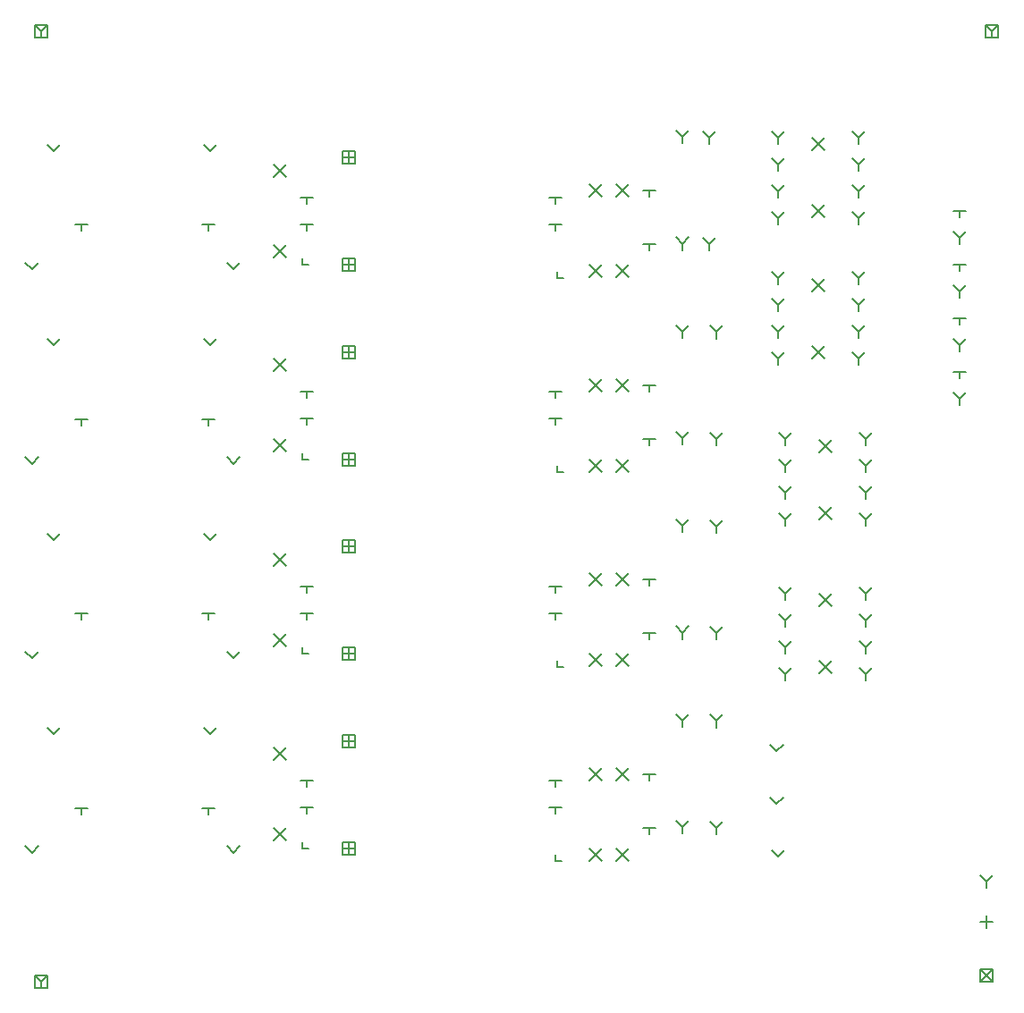
<source format=gbr>
G04 DipTrace 4.3.0.1*
G04 Through.gbr*
%MOMM*%
G04 #@! TF.FileFunction,Plated,1,2,PTH,Drill*
G04 #@! TF.Part,Single*
G04 Drill Symbols*
G04 D=0.5 - Cross*
G04 D=0.55867 - X*
G04 D=0.9 - Y*
G04 D=1 - T*
G04 D=1.2 - V*
G04 D=1.25 - Clock*
G04 D=4 - Box_Cross*
G04 D=4.5 - Box_X*
G04 D=4.5 - Box_Y*
%ADD10C,0.2*%
%FSLAX35Y35*%
G04*
G71*
G90*
G75*
G01*
X4131050Y2794000D2*
D10*
X4250950D1*
X4191000D2*
Y2734050D1*
X4131050Y2286000D2*
X4250950D1*
X4191000D2*
Y2226050D1*
X4131050Y1778000D2*
X4250950D1*
X4191000D2*
Y1718050D1*
X1192050Y2481000D2*
X1311950D1*
X1252000D2*
Y2421050D1*
X1192050Y2989000D2*
X1311950D1*
X1252000D2*
Y2929050D1*
X1763550Y2540950D2*
X1823500Y2481000D1*
X1883450Y2540950D1*
X1823500Y2481000D2*
Y2421050D1*
X1763550Y3550950D2*
X1823500Y3491000D1*
X1883450Y3550950D1*
X1823500Y3491000D2*
Y3431050D1*
X1509550Y3556950D2*
X1569500Y3497000D1*
X1629450Y3556950D1*
X1569500Y3497000D2*
Y3437050D1*
X1509550Y2546950D2*
X1569500Y2487000D1*
X1629450Y2546950D1*
X1569500Y2487000D2*
Y2427050D1*
X4385050Y-4385050D2*
X4504950Y-4504950D1*
Y-4385050D2*
X4385050Y-4504950D1*
Y-4385050D2*
X4504950D1*
Y-4504950D1*
X4385050D1*
Y-4385050D1*
X-2046450Y2925500D2*
X-1926550D1*
X-1986500D2*
Y2865550D1*
X-2046450Y2671500D2*
X-1926550D1*
X-1986500D2*
Y2611550D1*
X303050Y2925500D2*
X422950D1*
X363000D2*
Y2865550D1*
X303050Y2671500D2*
X422950D1*
X363000D2*
Y2611550D1*
X-2300450Y3239450D2*
X-2180550Y3119550D1*
Y3239450D2*
X-2300450Y3119550D1*
Y2477450D2*
X-2180550Y2357550D1*
Y2477450D2*
X-2300450Y2357550D1*
X684050Y2286950D2*
X803950Y2167050D1*
Y2286950D2*
X684050Y2167050D1*
Y3048950D2*
X803950Y2929050D1*
Y3048950D2*
X684050Y2929050D1*
X938050Y3048950D2*
X1057950Y2929050D1*
Y3048950D2*
X938050Y2929050D1*
Y2286950D2*
X1057950Y2167050D1*
Y2286950D2*
X938050Y2167050D1*
X-4441450Y3425450D2*
X-4381500Y3365500D1*
X-4321550Y3425450D1*
X-2961450D2*
X-2901500Y3365500D1*
X-2841550Y3425450D1*
X-4651450Y2305450D2*
X-4591500Y2245500D1*
X-4531550Y2305450D1*
X-2741450D2*
X-2681500Y2245500D1*
X-2621550Y2305450D1*
X4445000Y-3877050D2*
Y-3996950D1*
X4385050Y-3937000D2*
X4504950D1*
X1192050Y639500D2*
X1311950D1*
X1252000D2*
Y579550D1*
X1192050Y1147500D2*
X1311950D1*
X1252000D2*
Y1087550D1*
X1827050Y699450D2*
X1887000Y639500D1*
X1946950Y699450D1*
X1887000Y639500D2*
Y579550D1*
X1827050Y1709450D2*
X1887000Y1649500D1*
X1946950Y1709450D1*
X1887000Y1649500D2*
Y1589550D1*
X1509550Y1715450D2*
X1569500Y1655500D1*
X1629450Y1715450D1*
X1569500Y1655500D2*
Y1595550D1*
X1509550Y705450D2*
X1569500Y645500D1*
X1629450Y705450D1*
X1569500Y645500D2*
Y585550D1*
X-2046450Y1084000D2*
X-1926550D1*
X-1986500D2*
Y1024050D1*
X-2046450Y830000D2*
X-1926550D1*
X-1986500D2*
Y770050D1*
X303050Y1084000D2*
X422950D1*
X363000D2*
Y1024050D1*
X303050Y830000D2*
X422950D1*
X363000D2*
Y770050D1*
X-2300450Y1397950D2*
X-2180550Y1278050D1*
Y1397950D2*
X-2300450Y1278050D1*
Y635950D2*
X-2180550Y516050D1*
Y635950D2*
X-2300450Y516050D1*
X684050Y445450D2*
X803950Y325550D1*
Y445450D2*
X684050Y325550D1*
Y1207450D2*
X803950Y1087550D1*
Y1207450D2*
X684050Y1087550D1*
X938050Y1207450D2*
X1057950Y1087550D1*
Y1207450D2*
X938050Y1087550D1*
Y445450D2*
X1057950Y325550D1*
Y445450D2*
X938050Y325550D1*
X-4441450Y1583950D2*
X-4381500Y1524000D1*
X-4321550Y1583950D1*
X-2961450D2*
X-2901500Y1524000D1*
X-2841550Y1583950D1*
X-4651450Y463950D2*
X-4591500Y404000D1*
X-4531550Y463950D1*
X-2741450D2*
X-2681500Y404000D1*
X-2621550Y463950D1*
X1192050Y-1202000D2*
X1311950D1*
X1252000D2*
Y-1261950D1*
X1192050Y-694000D2*
X1311950D1*
X1252000D2*
Y-753950D1*
X1827050Y-1142050D2*
X1887000Y-1202000D1*
X1946950Y-1142050D1*
X1887000Y-1202000D2*
Y-1261950D1*
X1827050Y-132050D2*
X1887000Y-192000D1*
X1946950Y-132050D1*
X1887000Y-192000D2*
Y-251950D1*
X1509550Y-126050D2*
X1569500Y-186000D1*
X1629450Y-126050D1*
X1569500Y-186000D2*
Y-245950D1*
X1509550Y-1136050D2*
X1569500Y-1196000D1*
X1629450Y-1136050D1*
X1569500Y-1196000D2*
Y-1255950D1*
X-2046450Y-757500D2*
X-1926550D1*
X-1986500D2*
Y-817450D1*
X-2046450Y-1011500D2*
X-1926550D1*
X-1986500D2*
Y-1071450D1*
X303050Y-757500D2*
X422950D1*
X363000D2*
Y-817450D1*
X303050Y-1011500D2*
X422950D1*
X363000D2*
Y-1071450D1*
X-2300450Y-443550D2*
X-2180550Y-563450D1*
Y-443550D2*
X-2300450Y-563450D1*
Y-1205550D2*
X-2180550Y-1325450D1*
Y-1205550D2*
X-2300450Y-1325450D1*
X684050Y-1396050D2*
X803950Y-1515950D1*
Y-1396050D2*
X684050Y-1515950D1*
Y-634050D2*
X803950Y-753950D1*
Y-634050D2*
X684050Y-753950D1*
X938050Y-634050D2*
X1057950Y-753950D1*
Y-634050D2*
X938050Y-753950D1*
Y-1396050D2*
X1057950Y-1515950D1*
Y-1396050D2*
X938050Y-1515950D1*
X-4441450Y-257550D2*
X-4381500Y-317500D1*
X-4321550Y-257550D1*
X-2961450D2*
X-2901500Y-317500D1*
X-2841550Y-257550D1*
X-4651450Y-1377550D2*
X-4591500Y-1437500D1*
X-4531550Y-1377550D1*
X-2741450D2*
X-2681500Y-1437500D1*
X-2621550Y-1377550D1*
X1192050Y-3043500D2*
X1311950D1*
X1252000D2*
Y-3103450D1*
X1192050Y-2535500D2*
X1311950D1*
X1252000D2*
Y-2595450D1*
X1827050Y-2983550D2*
X1887000Y-3043500D1*
X1946950Y-2983550D1*
X1887000Y-3043500D2*
Y-3103450D1*
X1827050Y-1973550D2*
X1887000Y-2033500D1*
X1946950Y-1973550D1*
X1887000Y-2033500D2*
Y-2093450D1*
X1509550Y-1967550D2*
X1569500Y-2027500D1*
X1629450Y-1967550D1*
X1569500Y-2027500D2*
Y-2087450D1*
X1509550Y-2977550D2*
X1569500Y-3037500D1*
X1629450Y-2977550D1*
X1569500Y-3037500D2*
Y-3097450D1*
X-2046450Y-2599000D2*
X-1926550D1*
X-1986500D2*
Y-2658950D1*
X-2046450Y-2853000D2*
X-1926550D1*
X-1986500D2*
Y-2912950D1*
X303050Y-2599000D2*
X422950D1*
X363000D2*
Y-2658950D1*
X303050Y-2853000D2*
X422950D1*
X363000D2*
Y-2912950D1*
X-2300450Y-2285050D2*
X-2180550Y-2404950D1*
Y-2285050D2*
X-2300450Y-2404950D1*
Y-3047050D2*
X-2180550Y-3166950D1*
Y-3047050D2*
X-2300450Y-3166950D1*
X684050Y-3237550D2*
X803950Y-3357450D1*
Y-3237550D2*
X684050Y-3357450D1*
Y-2475550D2*
X803950Y-2595450D1*
Y-2475550D2*
X684050Y-2595450D1*
X938050Y-2475550D2*
X1057950Y-2595450D1*
Y-2475550D2*
X938050Y-2595450D1*
Y-3237550D2*
X1057950Y-3357450D1*
Y-3237550D2*
X938050Y-3357450D1*
X-4441450Y-2099050D2*
X-4381500Y-2159000D1*
X-4321550Y-2099050D1*
X-2961450D2*
X-2901500Y-2159000D1*
X-2841550Y-2099050D1*
X-4651450Y-3219050D2*
X-4591500Y-3279000D1*
X-4531550Y-3219050D1*
X-2741450D2*
X-2681500Y-3279000D1*
X-2621550Y-3219050D1*
X4131050Y1270000D2*
X4250950D1*
X4191000D2*
Y1210050D1*
X-2980950Y2667000D2*
X-2861050D1*
X-2921000D2*
Y2607050D1*
X-4180950Y2667000D2*
X-4061050D1*
X-4121000D2*
Y2607050D1*
X-2980950Y825500D2*
X-2861050D1*
X-2921000D2*
Y765550D1*
X-4180950Y825500D2*
X-4061050D1*
X-4121000D2*
Y765550D1*
X2400677Y-2257800D2*
X2460627Y-2317750D1*
X2520577Y-2257800D1*
X2400677Y-2757800D2*
X2460627Y-2817750D1*
X2520577Y-2757800D1*
X-2980950Y-1016000D2*
X-2861050D1*
X-2921000D2*
Y-1075950D1*
X-4180950Y-1016000D2*
X-4061050D1*
X-4121000D2*
Y-1075950D1*
X-2980950Y-2857500D2*
X-2861050D1*
X-2921000D2*
Y-2917450D1*
X-4180950Y-2857500D2*
X-4061050D1*
X-4121000D2*
Y-2917450D1*
X4385050Y-3496050D2*
X4445000Y-3556000D1*
X4504950Y-3496050D1*
X4445000Y-3556000D2*
Y-3615950D1*
X4131050Y2599950D2*
X4191000Y2540000D1*
X4250950Y2599950D1*
X4191000Y2540000D2*
Y2480050D1*
X4131050Y2091950D2*
X4191000Y2032000D1*
X4250950Y2091950D1*
X4191000Y2032000D2*
Y1972050D1*
X4131050Y1583950D2*
X4191000Y1524000D1*
X4250950Y1583950D1*
X4191000Y1524000D2*
Y1464050D1*
X4131050Y1075950D2*
X4191000Y1016000D1*
X4250950Y1075950D1*
X4191000Y1016000D2*
Y956050D1*
X2416550Y3552450D2*
X2476500Y3492500D1*
X2536450Y3552450D1*
X2476500Y3492500D2*
Y3432550D1*
X2416550Y3298450D2*
X2476500Y3238500D1*
X2536450Y3298450D1*
X2476500Y3238500D2*
Y3178550D1*
X2416550Y3044450D2*
X2476500Y2984500D1*
X2536450Y3044450D1*
X2476500Y2984500D2*
Y2924550D1*
X2416550Y2790450D2*
X2476500Y2730500D1*
X2536450Y2790450D1*
X2476500Y2730500D2*
Y2670550D1*
X3178550Y2790450D2*
X3238500Y2730500D1*
X3298450Y2790450D1*
X3238500Y2730500D2*
Y2670550D1*
X3178550Y3044450D2*
X3238500Y2984500D1*
X3298450Y3044450D1*
X3238500Y2984500D2*
Y2924550D1*
X3178550Y3298450D2*
X3238500Y3238500D1*
X3298450Y3298450D1*
X3238500Y3238500D2*
Y3178550D1*
X3178550Y3552450D2*
X3238500Y3492500D1*
X3298450Y3552450D1*
X3238500Y3492500D2*
Y3432550D1*
X2797550Y3488950D2*
X2917450Y3369050D1*
Y3488950D2*
X2797550Y3369050D1*
Y2853950D2*
X2917450Y2734050D1*
Y2853950D2*
X2797550Y2734050D1*
X2416550Y2218950D2*
X2476500Y2159000D1*
X2536450Y2218950D1*
X2476500Y2159000D2*
Y2099050D1*
X2416550Y1964950D2*
X2476500Y1905000D1*
X2536450Y1964950D1*
X2476500Y1905000D2*
Y1845050D1*
X2416550Y1710950D2*
X2476500Y1651000D1*
X2536450Y1710950D1*
X2476500Y1651000D2*
Y1591050D1*
X2416550Y1456950D2*
X2476500Y1397000D1*
X2536450Y1456950D1*
X2476500Y1397000D2*
Y1337050D1*
X3178550Y1456950D2*
X3238500Y1397000D1*
X3298450Y1456950D1*
X3238500Y1397000D2*
Y1337050D1*
X3178550Y1710950D2*
X3238500Y1651000D1*
X3298450Y1710950D1*
X3238500Y1651000D2*
Y1591050D1*
X3178550Y1964950D2*
X3238500Y1905000D1*
X3298450Y1964950D1*
X3238500Y1905000D2*
Y1845050D1*
X3178550Y2218950D2*
X3238500Y2159000D1*
X3298450Y2218950D1*
X3238500Y2159000D2*
Y2099050D1*
X2797550Y2155450D2*
X2917450Y2035550D1*
Y2155450D2*
X2797550Y2035550D1*
Y1520450D2*
X2917450Y1400550D1*
Y1520450D2*
X2797550Y1400550D1*
X2480050Y694950D2*
X2540000Y635000D1*
X2599950Y694950D1*
X2540000Y635000D2*
Y575050D1*
X2480050Y440950D2*
X2540000Y381000D1*
X2599950Y440950D1*
X2540000Y381000D2*
Y321050D1*
X2480050Y186950D2*
X2540000Y127000D1*
X2599950Y186950D1*
X2540000Y127000D2*
Y67050D1*
X2480050Y-67050D2*
X2540000Y-127000D1*
X2599950Y-67050D1*
X2540000Y-127000D2*
Y-186950D1*
X3242050Y-67050D2*
X3302000Y-127000D1*
X3361950Y-67050D1*
X3302000Y-127000D2*
Y-186950D1*
X3242050Y186950D2*
X3302000Y127000D1*
X3361950Y186950D1*
X3302000Y127000D2*
Y67050D1*
X3242050Y440950D2*
X3302000Y381000D1*
X3361950Y440950D1*
X3302000Y381000D2*
Y321050D1*
X3242050Y694950D2*
X3302000Y635000D1*
X3361950Y694950D1*
X3302000Y635000D2*
Y575050D1*
X2861050Y631450D2*
X2980950Y511550D1*
Y631450D2*
X2861050Y511550D1*
Y-3550D2*
X2980950Y-123450D1*
Y-3550D2*
X2861050Y-123450D1*
X2480050Y-765550D2*
X2540000Y-825500D1*
X2599950Y-765550D1*
X2540000Y-825500D2*
Y-885450D1*
X2480050Y-1019550D2*
X2540000Y-1079500D1*
X2599950Y-1019550D1*
X2540000Y-1079500D2*
Y-1139450D1*
X2480050Y-1273550D2*
X2540000Y-1333500D1*
X2599950Y-1273550D1*
X2540000Y-1333500D2*
Y-1393450D1*
X2480050Y-1527550D2*
X2540000Y-1587500D1*
X2599950Y-1527550D1*
X2540000Y-1587500D2*
Y-1647450D1*
X3242050Y-1527550D2*
X3302000Y-1587500D1*
X3361950Y-1527550D1*
X3302000Y-1587500D2*
Y-1647450D1*
X3242050Y-1273550D2*
X3302000Y-1333500D1*
X3361950Y-1273550D1*
X3302000Y-1333500D2*
Y-1393450D1*
X3242050Y-1019550D2*
X3302000Y-1079500D1*
X3361950Y-1019550D1*
X3302000Y-1079500D2*
Y-1139450D1*
X3242050Y-765550D2*
X3302000Y-825500D1*
X3361950Y-765550D1*
X3302000Y-825500D2*
Y-885450D1*
X2861050Y-829050D2*
X2980950Y-948950D1*
Y-829050D2*
X2861050Y-948950D1*
Y-1464050D2*
X2980950Y-1583950D1*
Y-1464050D2*
X2861050Y-1583950D1*
X-2032000Y2345950D2*
Y2286000D1*
X-1972050D1*
X381000Y2223450D2*
Y2163500D1*
X440950D1*
X-2032000Y504450D2*
Y444500D1*
X-1972050D1*
X381000Y381950D2*
Y322000D1*
X440950D1*
X-2032000Y-1337050D2*
Y-1397000D1*
X-1972050D1*
X381000Y-1463550D2*
Y-1523500D1*
X440950D1*
X-2032000Y-3178550D2*
Y-3238500D1*
X-1972050D1*
X363000Y-3301050D2*
Y-3361000D1*
X422950D1*
X2416550Y-3257927D2*
X2476500Y-3317877D1*
X2536450Y-3257927D1*
X4440050Y4559950D2*
X4500000Y4500000D1*
X4559950Y4559950D1*
X4500000Y4500000D2*
Y4440050D1*
X4440050Y4559950D2*
X4559950D1*
Y4440050D1*
X4440050D1*
Y4559950D1*
X-4559950Y-4440050D2*
X-4500000Y-4500000D1*
X-4440050Y-4440050D1*
X-4500000Y-4500000D2*
Y-4559950D1*
X-4559950Y-4440050D2*
X-4440050D1*
Y-4559950D1*
X-4559950D1*
Y-4440050D1*
Y4559950D2*
X-4500000Y4500000D1*
X-4440050Y4559950D1*
X-4500000Y4500000D2*
Y4440050D1*
X-4559950Y4559950D2*
X-4440050D1*
Y4440050D1*
X-4559950D1*
Y4559950D1*
X-1587500Y3361950D2*
Y3242050D1*
X-1647450Y3302000D2*
X-1527550D1*
X-1647450Y3361950D2*
X-1527550D1*
Y3242050D1*
X-1647450D1*
Y3361950D1*
X-1587500Y2345950D2*
Y2226050D1*
X-1647450Y2286000D2*
X-1527550D1*
X-1647450Y2345950D2*
X-1527550D1*
Y2226050D1*
X-1647450D1*
Y2345950D1*
X-1587500Y1520450D2*
Y1400550D1*
X-1647450Y1460500D2*
X-1527550D1*
X-1647450Y1520450D2*
X-1527550D1*
Y1400550D1*
X-1647450D1*
Y1520450D1*
X-1587500Y504450D2*
Y384550D1*
X-1647450Y444500D2*
X-1527550D1*
X-1647450Y504450D2*
X-1527550D1*
Y384550D1*
X-1647450D1*
Y504450D1*
X-1587500Y-321050D2*
Y-440950D1*
X-1647450Y-381000D2*
X-1527550D1*
X-1647450Y-321050D2*
X-1527550D1*
Y-440950D1*
X-1647450D1*
Y-321050D1*
X-1587500Y-1337050D2*
Y-1456950D1*
X-1647450Y-1397000D2*
X-1527550D1*
X-1647450Y-1337050D2*
X-1527550D1*
Y-1456950D1*
X-1647450D1*
Y-1337050D1*
X-1587500Y-2162550D2*
Y-2282450D1*
X-1647450Y-2222500D2*
X-1527550D1*
X-1647450Y-2162550D2*
X-1527550D1*
Y-2282450D1*
X-1647450D1*
Y-2162550D1*
X-1587500Y-3178550D2*
Y-3298450D1*
X-1647450Y-3238500D2*
X-1527550D1*
X-1647450Y-3178550D2*
X-1527550D1*
Y-3298450D1*
X-1647450D1*
Y-3178550D1*
M02*

</source>
